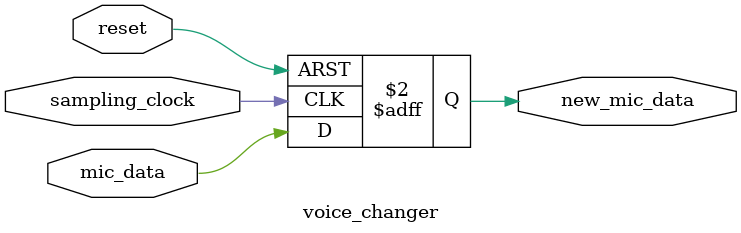
<source format=v>
`timescale 1ns / 1ps


module voice_changer(
    //input sys_clk,
    input sampling_clock,
    input reset,
    input mic_data,
    output reg new_mic_data
    );
    
    reg sent;
    
    always@ (posedge sampling_clock, posedge reset)
    begin
        if(reset)
            new_mic_data <= 0;
            
        else
            new_mic_data <= mic_data;
    end
    
endmodule

</source>
